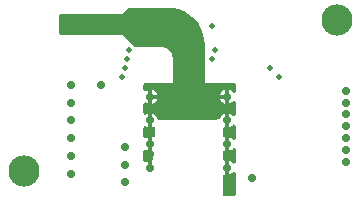
<source format=gbr>
G04 EAGLE Gerber RS-274X export*
G75*
%MOMM*%
%FSLAX34Y34*%
%LPD*%
%INEAGLE Copper Layer 2*%
%IPPOS*%
%AMOC8*
5,1,8,0,0,1.08239X$1,22.5*%
G01*
%ADD10C,0.703200*%
%ADD11C,0.508000*%
%ADD12C,2.640000*%

G36*
X202526Y3306D02*
X202526Y3306D01*
X202552Y3304D01*
X202699Y3326D01*
X202846Y3343D01*
X202871Y3351D01*
X202897Y3355D01*
X203035Y3410D01*
X203174Y3460D01*
X203196Y3474D01*
X203221Y3484D01*
X203342Y3569D01*
X203467Y3649D01*
X203485Y3668D01*
X203507Y3683D01*
X203606Y3793D01*
X203709Y3900D01*
X203723Y3922D01*
X203740Y3942D01*
X203812Y4072D01*
X203888Y4199D01*
X203896Y4224D01*
X203909Y4247D01*
X203949Y4390D01*
X203994Y4531D01*
X203996Y4557D01*
X204004Y4582D01*
X204023Y4826D01*
X204023Y22555D01*
X204012Y22655D01*
X204010Y22755D01*
X203992Y22828D01*
X203983Y22902D01*
X203950Y22996D01*
X203925Y23093D01*
X203891Y23160D01*
X203866Y23230D01*
X203811Y23314D01*
X203765Y23403D01*
X203717Y23460D01*
X203677Y23522D01*
X203605Y23592D01*
X203540Y23669D01*
X203480Y23713D01*
X203426Y23765D01*
X203340Y23816D01*
X203259Y23876D01*
X203191Y23905D01*
X203127Y23943D01*
X203031Y23974D01*
X202939Y24014D01*
X202866Y24027D01*
X202795Y24050D01*
X202695Y24058D01*
X202596Y24076D01*
X202522Y24072D01*
X202448Y24078D01*
X202348Y24063D01*
X202248Y24058D01*
X202177Y24037D01*
X202103Y24026D01*
X202010Y23989D01*
X201913Y23961D01*
X201848Y23925D01*
X201779Y23897D01*
X201697Y23840D01*
X201609Y23791D01*
X201533Y23726D01*
X201493Y23698D01*
X201469Y23672D01*
X201423Y23632D01*
X200586Y22795D01*
X199594Y22133D01*
X198492Y21676D01*
X198248Y21628D01*
X198248Y27500D01*
X198248Y33372D01*
X198492Y33324D01*
X199594Y32867D01*
X200586Y32205D01*
X201423Y31368D01*
X201501Y31305D01*
X201574Y31235D01*
X201638Y31197D01*
X201696Y31151D01*
X201787Y31108D01*
X201873Y31057D01*
X201944Y31034D01*
X202011Y31002D01*
X202109Y30981D01*
X202205Y30950D01*
X202279Y30944D01*
X202352Y30929D01*
X202452Y30930D01*
X202552Y30922D01*
X202626Y30933D01*
X202700Y30935D01*
X202797Y30959D01*
X202897Y30974D01*
X202966Y31002D01*
X203038Y31020D01*
X203128Y31066D01*
X203221Y31103D01*
X203282Y31145D01*
X203348Y31179D01*
X203425Y31244D01*
X203507Y31302D01*
X203557Y31357D01*
X203613Y31405D01*
X203673Y31486D01*
X203740Y31560D01*
X203776Y31626D01*
X203821Y31685D01*
X203860Y31778D01*
X203909Y31866D01*
X203929Y31937D01*
X203959Y32005D01*
X203976Y32104D01*
X204004Y32201D01*
X204012Y32301D01*
X204020Y32348D01*
X204018Y32384D01*
X204023Y32445D01*
X204023Y42555D01*
X204012Y42655D01*
X204010Y42755D01*
X203992Y42828D01*
X203983Y42902D01*
X203950Y42996D01*
X203925Y43093D01*
X203891Y43160D01*
X203866Y43230D01*
X203811Y43314D01*
X203765Y43403D01*
X203717Y43460D01*
X203677Y43522D01*
X203605Y43592D01*
X203540Y43669D01*
X203480Y43713D01*
X203426Y43765D01*
X203340Y43816D01*
X203259Y43876D01*
X203191Y43905D01*
X203127Y43943D01*
X203031Y43974D01*
X202939Y44014D01*
X202866Y44027D01*
X202795Y44050D01*
X202695Y44058D01*
X202596Y44076D01*
X202522Y44072D01*
X202448Y44078D01*
X202348Y44063D01*
X202248Y44058D01*
X202177Y44037D01*
X202103Y44026D01*
X202010Y43989D01*
X201913Y43961D01*
X201848Y43925D01*
X201779Y43897D01*
X201697Y43840D01*
X201609Y43791D01*
X201533Y43726D01*
X201493Y43698D01*
X201469Y43672D01*
X201423Y43632D01*
X200586Y42795D01*
X199594Y42133D01*
X198492Y41676D01*
X198248Y41628D01*
X198248Y47500D01*
X198248Y53372D01*
X198492Y53324D01*
X199594Y52867D01*
X200586Y52205D01*
X201423Y51368D01*
X201501Y51305D01*
X201574Y51235D01*
X201638Y51197D01*
X201696Y51151D01*
X201787Y51108D01*
X201873Y51057D01*
X201944Y51034D01*
X202011Y51002D01*
X202109Y50981D01*
X202205Y50950D01*
X202279Y50944D01*
X202352Y50929D01*
X202452Y50930D01*
X202552Y50922D01*
X202626Y50933D01*
X202700Y50935D01*
X202797Y50959D01*
X202897Y50974D01*
X202966Y51002D01*
X203038Y51020D01*
X203128Y51066D01*
X203221Y51103D01*
X203282Y51145D01*
X203348Y51179D01*
X203425Y51244D01*
X203507Y51302D01*
X203557Y51357D01*
X203613Y51405D01*
X203673Y51486D01*
X203740Y51560D01*
X203776Y51626D01*
X203821Y51685D01*
X203860Y51778D01*
X203909Y51866D01*
X203929Y51937D01*
X203959Y52005D01*
X203976Y52104D01*
X204004Y52201D01*
X204012Y52301D01*
X204020Y52348D01*
X204018Y52384D01*
X204023Y52445D01*
X204023Y62555D01*
X204012Y62655D01*
X204010Y62755D01*
X203992Y62828D01*
X203983Y62902D01*
X203950Y62996D01*
X203925Y63093D01*
X203891Y63160D01*
X203866Y63230D01*
X203811Y63314D01*
X203765Y63403D01*
X203717Y63460D01*
X203677Y63522D01*
X203605Y63592D01*
X203540Y63669D01*
X203480Y63713D01*
X203426Y63765D01*
X203340Y63816D01*
X203259Y63876D01*
X203191Y63905D01*
X203127Y63943D01*
X203031Y63974D01*
X202939Y64014D01*
X202866Y64027D01*
X202795Y64050D01*
X202695Y64058D01*
X202596Y64076D01*
X202522Y64072D01*
X202448Y64078D01*
X202348Y64063D01*
X202248Y64058D01*
X202177Y64037D01*
X202103Y64026D01*
X202010Y63989D01*
X201913Y63961D01*
X201848Y63925D01*
X201779Y63897D01*
X201697Y63840D01*
X201609Y63791D01*
X201533Y63726D01*
X201493Y63698D01*
X201469Y63672D01*
X201423Y63632D01*
X200586Y62795D01*
X199594Y62133D01*
X198492Y61676D01*
X198248Y61628D01*
X198248Y67500D01*
X198248Y73372D01*
X198492Y73324D01*
X199594Y72867D01*
X200586Y72205D01*
X201423Y71368D01*
X201501Y71305D01*
X201574Y71235D01*
X201638Y71197D01*
X201696Y71151D01*
X201787Y71108D01*
X201873Y71057D01*
X201944Y71034D01*
X202011Y71002D01*
X202109Y70981D01*
X202205Y70950D01*
X202279Y70944D01*
X202352Y70929D01*
X202452Y70930D01*
X202552Y70922D01*
X202626Y70933D01*
X202700Y70935D01*
X202797Y70959D01*
X202897Y70974D01*
X202966Y71002D01*
X203038Y71020D01*
X203128Y71066D01*
X203221Y71103D01*
X203282Y71145D01*
X203348Y71179D01*
X203425Y71244D01*
X203507Y71302D01*
X203557Y71357D01*
X203613Y71405D01*
X203673Y71486D01*
X203740Y71560D01*
X203776Y71626D01*
X203821Y71685D01*
X203860Y71778D01*
X203909Y71866D01*
X203929Y71937D01*
X203959Y72005D01*
X203976Y72104D01*
X204004Y72201D01*
X204012Y72301D01*
X204020Y72348D01*
X204018Y72384D01*
X204023Y72445D01*
X204023Y82555D01*
X204022Y82563D01*
X204022Y82564D01*
X204022Y82567D01*
X204012Y82655D01*
X204010Y82755D01*
X203992Y82828D01*
X203983Y82902D01*
X203950Y82996D01*
X203925Y83093D01*
X203891Y83160D01*
X203866Y83230D01*
X203811Y83314D01*
X203765Y83403D01*
X203717Y83460D01*
X203677Y83522D01*
X203605Y83592D01*
X203540Y83669D01*
X203480Y83713D01*
X203426Y83765D01*
X203340Y83816D01*
X203259Y83876D01*
X203191Y83905D01*
X203127Y83943D01*
X203031Y83974D01*
X202939Y84014D01*
X202866Y84027D01*
X202795Y84050D01*
X202695Y84058D01*
X202596Y84076D01*
X202522Y84072D01*
X202448Y84078D01*
X202348Y84063D01*
X202248Y84058D01*
X202177Y84037D01*
X202103Y84026D01*
X202010Y83989D01*
X201913Y83961D01*
X201848Y83925D01*
X201779Y83897D01*
X201697Y83840D01*
X201609Y83791D01*
X201533Y83726D01*
X201493Y83698D01*
X201469Y83672D01*
X201423Y83632D01*
X200586Y82795D01*
X199594Y82133D01*
X198492Y81676D01*
X198248Y81628D01*
X198248Y87500D01*
X198248Y93372D01*
X198492Y93324D01*
X199594Y92867D01*
X200586Y92205D01*
X201423Y91368D01*
X201501Y91305D01*
X201574Y91235D01*
X201638Y91197D01*
X201696Y91151D01*
X201787Y91108D01*
X201873Y91057D01*
X201944Y91034D01*
X202011Y91002D01*
X202109Y90981D01*
X202205Y90950D01*
X202279Y90944D01*
X202352Y90929D01*
X202452Y90930D01*
X202552Y90922D01*
X202626Y90933D01*
X202700Y90935D01*
X202797Y90959D01*
X202897Y90974D01*
X202966Y91002D01*
X203038Y91020D01*
X203128Y91066D01*
X203221Y91103D01*
X203282Y91145D01*
X203348Y91179D01*
X203425Y91244D01*
X203507Y91302D01*
X203557Y91357D01*
X203613Y91405D01*
X203673Y91486D01*
X203740Y91560D01*
X203776Y91626D01*
X203821Y91685D01*
X203860Y91778D01*
X203909Y91866D01*
X203929Y91937D01*
X203959Y92005D01*
X203976Y92104D01*
X204004Y92201D01*
X204012Y92301D01*
X204020Y92348D01*
X204018Y92384D01*
X204023Y92445D01*
X204023Y97500D01*
X204020Y97526D01*
X204022Y97552D01*
X204000Y97699D01*
X203983Y97846D01*
X203975Y97871D01*
X203971Y97897D01*
X203916Y98035D01*
X203866Y98174D01*
X203852Y98196D01*
X203842Y98221D01*
X203757Y98342D01*
X203677Y98467D01*
X203658Y98485D01*
X203643Y98507D01*
X203533Y98606D01*
X203426Y98709D01*
X203404Y98723D01*
X203384Y98740D01*
X203254Y98812D01*
X203127Y98888D01*
X203102Y98896D01*
X203079Y98909D01*
X202936Y98949D01*
X202795Y98994D01*
X202769Y98996D01*
X202744Y99004D01*
X202500Y99023D01*
X177773Y99023D01*
X177773Y132200D01*
X177769Y132239D01*
X177769Y132309D01*
X177474Y136443D01*
X177467Y136480D01*
X177443Y136658D01*
X176562Y140708D01*
X176550Y140743D01*
X176544Y140762D01*
X176540Y140792D01*
X176526Y140827D01*
X176501Y140917D01*
X175052Y144800D01*
X175035Y144833D01*
X174962Y144998D01*
X172975Y148636D01*
X172954Y148666D01*
X172858Y148818D01*
X170374Y152137D01*
X170348Y152164D01*
X170232Y152301D01*
X167301Y155232D01*
X167272Y155255D01*
X167137Y155374D01*
X163818Y157858D01*
X163786Y157877D01*
X163636Y157975D01*
X159998Y159962D01*
X159963Y159976D01*
X159800Y160052D01*
X155917Y161501D01*
X155880Y161509D01*
X155708Y161562D01*
X151658Y162443D01*
X151621Y162446D01*
X151443Y162474D01*
X147309Y162769D01*
X147269Y162768D01*
X147200Y162773D01*
X114300Y162773D01*
X114196Y162761D01*
X114092Y162759D01*
X114024Y162741D01*
X113954Y162733D01*
X113855Y162698D01*
X113754Y162672D01*
X113692Y162640D01*
X113626Y162616D01*
X113538Y162559D01*
X113445Y162511D01*
X113372Y162452D01*
X113333Y162427D01*
X113306Y162399D01*
X113254Y162358D01*
X108345Y157723D01*
X56299Y157723D01*
X56273Y157720D01*
X56247Y157722D01*
X56100Y157700D01*
X55953Y157683D01*
X55928Y157675D01*
X55902Y157671D01*
X55764Y157616D01*
X55625Y157566D01*
X55603Y157552D01*
X55578Y157542D01*
X55457Y157457D01*
X55332Y157377D01*
X55314Y157358D01*
X55292Y157343D01*
X55193Y157233D01*
X55090Y157126D01*
X55076Y157104D01*
X55059Y157084D01*
X54987Y156954D01*
X54911Y156827D01*
X54903Y156802D01*
X54890Y156779D01*
X54850Y156636D01*
X54805Y156495D01*
X54803Y156469D01*
X54795Y156444D01*
X54776Y156200D01*
X54776Y141500D01*
X54779Y141474D01*
X54777Y141448D01*
X54799Y141301D01*
X54816Y141154D01*
X54824Y141129D01*
X54828Y141103D01*
X54883Y140965D01*
X54933Y140826D01*
X54947Y140804D01*
X54957Y140779D01*
X55042Y140658D01*
X55122Y140533D01*
X55141Y140515D01*
X55156Y140493D01*
X55266Y140394D01*
X55373Y140291D01*
X55395Y140277D01*
X55415Y140260D01*
X55545Y140188D01*
X55672Y140112D01*
X55697Y140104D01*
X55720Y140091D01*
X55863Y140051D01*
X56004Y140006D01*
X56030Y140004D01*
X56055Y139996D01*
X56299Y139977D01*
X108306Y139977D01*
X118208Y129788D01*
X118314Y129702D01*
X118416Y129610D01*
X118449Y129592D01*
X118478Y129568D01*
X118601Y129508D01*
X118721Y129441D01*
X118757Y129431D01*
X118790Y129415D01*
X118924Y129384D01*
X119056Y129346D01*
X119102Y129343D01*
X119130Y129336D01*
X119180Y129336D01*
X119300Y129327D01*
X142520Y129327D01*
X144090Y129004D01*
X145600Y128406D01*
X146983Y127554D01*
X148197Y126476D01*
X149206Y125202D01*
X149978Y123773D01*
X150490Y122232D01*
X150727Y120625D01*
X150677Y118868D01*
X150679Y118851D01*
X150677Y118825D01*
X150677Y99023D01*
X127500Y99023D01*
X127474Y99020D01*
X127448Y99022D01*
X127301Y99000D01*
X127154Y98983D01*
X127129Y98975D01*
X127103Y98971D01*
X126965Y98916D01*
X126826Y98866D01*
X126804Y98852D01*
X126779Y98842D01*
X126658Y98757D01*
X126533Y98677D01*
X126515Y98658D01*
X126493Y98643D01*
X126394Y98533D01*
X126291Y98426D01*
X126277Y98404D01*
X126260Y98384D01*
X126188Y98254D01*
X126112Y98127D01*
X126104Y98102D01*
X126091Y98079D01*
X126051Y97936D01*
X126006Y97795D01*
X126004Y97769D01*
X125996Y97744D01*
X125977Y97500D01*
X125977Y93793D01*
X125991Y93669D01*
X125997Y93543D01*
X126011Y93496D01*
X126017Y93447D01*
X126059Y93329D01*
X126094Y93208D01*
X126118Y93165D01*
X126134Y93119D01*
X126202Y93014D01*
X126263Y92904D01*
X126296Y92868D01*
X126323Y92826D01*
X126413Y92739D01*
X126498Y92646D01*
X126538Y92618D01*
X126574Y92584D01*
X126682Y92520D01*
X126785Y92448D01*
X126831Y92430D01*
X126873Y92405D01*
X126992Y92367D01*
X127109Y92321D01*
X127158Y92314D01*
X127205Y92299D01*
X127330Y92289D01*
X127454Y92271D01*
X127503Y92275D01*
X127552Y92271D01*
X127676Y92290D01*
X127801Y92300D01*
X127848Y92315D01*
X127897Y92323D01*
X128014Y92369D01*
X128133Y92408D01*
X128187Y92438D01*
X128221Y92451D01*
X128260Y92479D01*
X128346Y92527D01*
X128856Y92867D01*
X129958Y93324D01*
X130202Y93372D01*
X130202Y87500D01*
X130202Y81628D01*
X129958Y81676D01*
X128856Y82133D01*
X128346Y82473D01*
X128235Y82531D01*
X128127Y82595D01*
X128080Y82610D01*
X128036Y82632D01*
X127914Y82663D01*
X127795Y82701D01*
X127746Y82705D01*
X127698Y82717D01*
X127573Y82719D01*
X127448Y82729D01*
X127399Y82722D01*
X127350Y82723D01*
X127227Y82696D01*
X127103Y82677D01*
X127057Y82659D01*
X127009Y82649D01*
X126896Y82595D01*
X126779Y82549D01*
X126739Y82521D01*
X126694Y82499D01*
X126596Y82421D01*
X126493Y82350D01*
X126460Y82313D01*
X126422Y82282D01*
X126344Y82184D01*
X126260Y82091D01*
X126236Y82048D01*
X126205Y82009D01*
X126152Y81896D01*
X126091Y81786D01*
X126078Y81738D01*
X126057Y81694D01*
X126031Y81571D01*
X125996Y81450D01*
X125991Y81389D01*
X125984Y81353D01*
X125985Y81305D01*
X125977Y81207D01*
X125977Y73793D01*
X125991Y73669D01*
X125997Y73543D01*
X126011Y73496D01*
X126017Y73447D01*
X126059Y73329D01*
X126094Y73208D01*
X126118Y73165D01*
X126134Y73119D01*
X126202Y73014D01*
X126263Y72904D01*
X126296Y72868D01*
X126323Y72826D01*
X126413Y72739D01*
X126498Y72646D01*
X126538Y72618D01*
X126574Y72584D01*
X126682Y72520D01*
X126785Y72448D01*
X126831Y72430D01*
X126873Y72405D01*
X126992Y72367D01*
X127109Y72321D01*
X127158Y72314D01*
X127205Y72299D01*
X127330Y72289D01*
X127454Y72271D01*
X127503Y72275D01*
X127552Y72271D01*
X127676Y72290D01*
X127801Y72300D01*
X127848Y72315D01*
X127897Y72323D01*
X128014Y72369D01*
X128133Y72408D01*
X128187Y72438D01*
X128221Y72451D01*
X128260Y72479D01*
X128346Y72527D01*
X128856Y72867D01*
X129958Y73324D01*
X130202Y73372D01*
X130202Y67500D01*
X130202Y61628D01*
X129958Y61676D01*
X128856Y62133D01*
X128346Y62473D01*
X128235Y62531D01*
X128127Y62595D01*
X128080Y62610D01*
X128036Y62632D01*
X127914Y62663D01*
X127795Y62701D01*
X127746Y62705D01*
X127698Y62717D01*
X127573Y62719D01*
X127448Y62729D01*
X127399Y62722D01*
X127350Y62723D01*
X127227Y62696D01*
X127103Y62677D01*
X127057Y62659D01*
X127009Y62649D01*
X126896Y62595D01*
X126779Y62549D01*
X126739Y62521D01*
X126694Y62499D01*
X126596Y62421D01*
X126493Y62350D01*
X126460Y62313D01*
X126422Y62282D01*
X126344Y62184D01*
X126260Y62091D01*
X126236Y62048D01*
X126205Y62009D01*
X126152Y61896D01*
X126091Y61786D01*
X126078Y61738D01*
X126057Y61694D01*
X126031Y61571D01*
X125996Y61450D01*
X125991Y61389D01*
X125984Y61353D01*
X125985Y61305D01*
X125977Y61207D01*
X125977Y53793D01*
X125991Y53669D01*
X125997Y53543D01*
X126011Y53496D01*
X126017Y53447D01*
X126059Y53329D01*
X126094Y53208D01*
X126118Y53165D01*
X126134Y53119D01*
X126202Y53014D01*
X126263Y52904D01*
X126296Y52868D01*
X126323Y52826D01*
X126413Y52739D01*
X126498Y52646D01*
X126538Y52618D01*
X126574Y52584D01*
X126682Y52520D01*
X126785Y52448D01*
X126831Y52430D01*
X126873Y52405D01*
X126992Y52367D01*
X127109Y52321D01*
X127158Y52314D01*
X127205Y52299D01*
X127330Y52289D01*
X127454Y52271D01*
X127503Y52275D01*
X127552Y52271D01*
X127676Y52290D01*
X127801Y52300D01*
X127848Y52315D01*
X127897Y52323D01*
X128014Y52369D01*
X128133Y52408D01*
X128187Y52438D01*
X128221Y52451D01*
X128260Y52479D01*
X128346Y52527D01*
X128856Y52867D01*
X129958Y53324D01*
X130202Y53372D01*
X130202Y47500D01*
X130202Y41628D01*
X129958Y41676D01*
X128856Y42133D01*
X128346Y42473D01*
X128235Y42531D01*
X128127Y42595D01*
X128080Y42610D01*
X128036Y42632D01*
X127914Y42663D01*
X127795Y42701D01*
X127746Y42705D01*
X127698Y42717D01*
X127573Y42719D01*
X127448Y42729D01*
X127399Y42722D01*
X127350Y42723D01*
X127227Y42696D01*
X127103Y42677D01*
X127057Y42659D01*
X127009Y42649D01*
X126896Y42595D01*
X126779Y42549D01*
X126739Y42521D01*
X126694Y42499D01*
X126596Y42421D01*
X126493Y42350D01*
X126460Y42313D01*
X126422Y42282D01*
X126344Y42184D01*
X126260Y42091D01*
X126236Y42048D01*
X126205Y42009D01*
X126152Y41896D01*
X126091Y41786D01*
X126078Y41738D01*
X126057Y41694D01*
X126031Y41571D01*
X125996Y41450D01*
X125991Y41389D01*
X125984Y41353D01*
X125985Y41305D01*
X125977Y41207D01*
X125977Y33793D01*
X125991Y33669D01*
X125997Y33543D01*
X126011Y33496D01*
X126017Y33447D01*
X126059Y33329D01*
X126094Y33208D01*
X126118Y33165D01*
X126134Y33119D01*
X126202Y33014D01*
X126263Y32904D01*
X126296Y32868D01*
X126323Y32826D01*
X126413Y32739D01*
X126498Y32646D01*
X126538Y32618D01*
X126574Y32584D01*
X126682Y32520D01*
X126785Y32448D01*
X126831Y32430D01*
X126873Y32405D01*
X126992Y32367D01*
X127109Y32321D01*
X127158Y32314D01*
X127205Y32299D01*
X127330Y32289D01*
X127454Y32271D01*
X127503Y32275D01*
X127552Y32271D01*
X127676Y32290D01*
X127801Y32300D01*
X127848Y32315D01*
X127897Y32323D01*
X128014Y32369D01*
X128133Y32408D01*
X128187Y32438D01*
X128221Y32451D01*
X128260Y32479D01*
X128346Y32527D01*
X128856Y32867D01*
X129958Y33324D01*
X130202Y33372D01*
X130202Y29961D01*
X130209Y29895D01*
X130207Y29828D01*
X130229Y29722D01*
X130241Y29615D01*
X130264Y29552D01*
X130277Y29487D01*
X130322Y29389D01*
X130359Y29287D01*
X130395Y29231D01*
X130423Y29170D01*
X130489Y29085D01*
X130548Y28994D01*
X130596Y28948D01*
X130637Y28895D01*
X130721Y28827D01*
X130799Y28752D01*
X130856Y28718D01*
X130908Y28676D01*
X131005Y28629D01*
X131098Y28573D01*
X131161Y28553D01*
X131221Y28524D01*
X131327Y28500D01*
X131430Y28467D01*
X131496Y28462D01*
X131561Y28447D01*
X131669Y28448D01*
X131777Y28439D01*
X131843Y28449D01*
X131910Y28449D01*
X132015Y28475D01*
X132122Y28491D01*
X132184Y28515D01*
X132249Y28531D01*
X132345Y28579D01*
X132446Y28619D01*
X132500Y28657D01*
X132560Y28687D01*
X132643Y28757D01*
X132732Y28818D01*
X132776Y28868D01*
X132828Y28911D01*
X132893Y28997D01*
X132965Y29077D01*
X132997Y29135D01*
X133038Y29189D01*
X133081Y29288D01*
X133134Y29382D01*
X133152Y29446D01*
X133179Y29507D01*
X133218Y29680D01*
X133228Y29718D01*
X133229Y29719D01*
X133229Y29720D01*
X133230Y29733D01*
X133233Y29746D01*
X133233Y29748D01*
X133234Y29786D01*
X133248Y29963D01*
X133248Y33742D01*
X133279Y33763D01*
X133332Y33789D01*
X133422Y33862D01*
X133516Y33927D01*
X133556Y33972D01*
X133603Y34010D01*
X133673Y34101D01*
X133750Y34186D01*
X133779Y34238D01*
X133816Y34285D01*
X133863Y34390D01*
X133919Y34491D01*
X133935Y34548D01*
X133960Y34603D01*
X134007Y34801D01*
X134014Y34826D01*
X134015Y34832D01*
X134017Y34840D01*
X134787Y39850D01*
X134792Y39967D01*
X134805Y40083D01*
X134798Y40140D01*
X134800Y40198D01*
X134778Y40313D01*
X134765Y40429D01*
X134745Y40483D01*
X134734Y40540D01*
X134686Y40647D01*
X134647Y40757D01*
X134615Y40806D01*
X134592Y40858D01*
X134521Y40952D01*
X134457Y41050D01*
X134416Y41090D01*
X134381Y41136D01*
X134291Y41211D01*
X134206Y41292D01*
X134157Y41321D01*
X134113Y41358D01*
X134007Y41410D01*
X133907Y41470D01*
X133852Y41488D01*
X133801Y41513D01*
X133687Y41540D01*
X133575Y41576D01*
X133518Y41580D01*
X133462Y41594D01*
X133344Y41594D01*
X133248Y41602D01*
X133248Y47500D01*
X133248Y53372D01*
X133492Y53324D01*
X133943Y53137D01*
X134088Y53096D01*
X134231Y53050D01*
X134255Y53048D01*
X134278Y53041D01*
X134428Y53034D01*
X134578Y53022D01*
X134602Y53026D01*
X134626Y53024D01*
X134774Y53051D01*
X134923Y53074D01*
X134945Y53083D01*
X134969Y53087D01*
X135107Y53147D01*
X135247Y53202D01*
X135267Y53216D01*
X135289Y53226D01*
X135410Y53316D01*
X135533Y53401D01*
X135549Y53419D01*
X135568Y53434D01*
X135665Y53548D01*
X135766Y53660D01*
X135778Y53681D01*
X135794Y53700D01*
X135862Y53833D01*
X135935Y53965D01*
X135941Y53988D01*
X135952Y54010D01*
X135989Y54156D01*
X136030Y54301D01*
X136032Y54330D01*
X136037Y54348D01*
X136037Y54395D01*
X136049Y54544D01*
X136049Y60456D01*
X136032Y60605D01*
X136020Y60755D01*
X136012Y60778D01*
X136009Y60802D01*
X135959Y60944D01*
X135912Y61087D01*
X135900Y61107D01*
X135892Y61130D01*
X135810Y61256D01*
X135733Y61385D01*
X135716Y61403D01*
X135703Y61423D01*
X135595Y61528D01*
X135490Y61635D01*
X135470Y61648D01*
X135452Y61665D01*
X135323Y61742D01*
X135197Y61823D01*
X135174Y61832D01*
X135153Y61844D01*
X135010Y61890D01*
X134868Y61940D01*
X134844Y61943D01*
X134821Y61950D01*
X134672Y61962D01*
X134522Y61979D01*
X134498Y61976D01*
X134474Y61978D01*
X134325Y61956D01*
X134176Y61938D01*
X134148Y61929D01*
X134129Y61926D01*
X134085Y61909D01*
X133943Y61863D01*
X133492Y61676D01*
X133248Y61628D01*
X133248Y67500D01*
X133248Y73372D01*
X133492Y73324D01*
X134594Y72867D01*
X135586Y72205D01*
X136430Y71361D01*
X137092Y70369D01*
X137606Y69128D01*
X137615Y69113D01*
X137628Y69072D01*
X137655Y69027D01*
X137674Y68978D01*
X137744Y68878D01*
X137766Y68840D01*
X137776Y68823D01*
X137778Y68821D01*
X137807Y68773D01*
X137843Y68735D01*
X137873Y68692D01*
X137964Y68610D01*
X138049Y68522D01*
X138093Y68494D01*
X138132Y68459D01*
X138239Y68400D01*
X138342Y68333D01*
X138391Y68316D01*
X138437Y68290D01*
X138555Y68257D01*
X138670Y68216D01*
X138722Y68210D01*
X138772Y68195D01*
X139015Y68176D01*
X139016Y68176D01*
X187874Y68176D01*
X188000Y68190D01*
X188126Y68197D01*
X188172Y68210D01*
X188220Y68216D01*
X188340Y68258D01*
X188461Y68293D01*
X188478Y68303D01*
X189484Y68303D01*
X189560Y68311D01*
X189636Y68310D01*
X189732Y68331D01*
X189830Y68343D01*
X189902Y68368D01*
X189977Y68385D01*
X190065Y68427D01*
X190158Y68460D01*
X190222Y68502D01*
X190291Y68534D01*
X190368Y68596D01*
X190451Y68649D01*
X190504Y68704D01*
X190564Y68752D01*
X190625Y68829D01*
X190693Y68900D01*
X190732Y68965D01*
X190780Y69025D01*
X190848Y69158D01*
X190872Y69199D01*
X190878Y69217D01*
X190891Y69243D01*
X191358Y70369D01*
X192020Y71361D01*
X192864Y72205D01*
X193856Y72867D01*
X194958Y73324D01*
X195202Y73372D01*
X195202Y67500D01*
X195202Y61628D01*
X195123Y61643D01*
X195122Y61643D01*
X195121Y61644D01*
X194955Y61657D01*
X194776Y61672D01*
X194775Y61672D01*
X194774Y61672D01*
X194611Y61647D01*
X194431Y61620D01*
X194430Y61620D01*
X194429Y61620D01*
X194268Y61556D01*
X194107Y61492D01*
X194106Y61492D01*
X194105Y61491D01*
X193968Y61396D01*
X193821Y61294D01*
X193820Y61293D01*
X193819Y61292D01*
X193706Y61167D01*
X193587Y61035D01*
X193586Y61034D01*
X193586Y61033D01*
X193501Y60881D01*
X193418Y60730D01*
X193418Y60729D01*
X193417Y60728D01*
X193366Y60547D01*
X193323Y60395D01*
X193323Y60394D01*
X193322Y60393D01*
X193303Y60149D01*
X193303Y54851D01*
X193303Y54850D01*
X193303Y54849D01*
X193323Y54676D01*
X193343Y54505D01*
X193343Y54504D01*
X193343Y54503D01*
X193402Y54338D01*
X193460Y54176D01*
X193461Y54176D01*
X193461Y54175D01*
X193560Y54021D01*
X193649Y53884D01*
X193650Y53883D01*
X193650Y53882D01*
X193771Y53766D01*
X193900Y53641D01*
X193901Y53641D01*
X193901Y53640D01*
X194042Y53556D01*
X194199Y53463D01*
X194200Y53462D01*
X194201Y53462D01*
X194367Y53409D01*
X194531Y53356D01*
X194532Y53356D01*
X194533Y53356D01*
X194713Y53342D01*
X194878Y53328D01*
X194879Y53329D01*
X194880Y53328D01*
X195123Y53357D01*
X195202Y53372D01*
X195202Y47500D01*
X195202Y41628D01*
X195123Y41643D01*
X195122Y41643D01*
X195121Y41644D01*
X194955Y41657D01*
X194776Y41672D01*
X194775Y41672D01*
X194774Y41672D01*
X194611Y41647D01*
X194431Y41620D01*
X194430Y41620D01*
X194429Y41620D01*
X194268Y41556D01*
X194107Y41492D01*
X194106Y41492D01*
X194105Y41491D01*
X193968Y41396D01*
X193821Y41294D01*
X193820Y41293D01*
X193819Y41292D01*
X193710Y41171D01*
X193587Y41035D01*
X193586Y41034D01*
X193586Y41033D01*
X193501Y40881D01*
X193418Y40730D01*
X193418Y40729D01*
X193417Y40728D01*
X193366Y40547D01*
X193323Y40395D01*
X193323Y40394D01*
X193322Y40393D01*
X193303Y40149D01*
X193303Y34851D01*
X193303Y34850D01*
X193303Y34849D01*
X193324Y34664D01*
X193343Y34505D01*
X193343Y34504D01*
X193343Y34503D01*
X193403Y34335D01*
X193460Y34176D01*
X193461Y34176D01*
X193461Y34175D01*
X193554Y34031D01*
X193649Y33884D01*
X193650Y33883D01*
X193650Y33882D01*
X193776Y33761D01*
X193900Y33641D01*
X193901Y33641D01*
X193901Y33640D01*
X194054Y33550D01*
X194199Y33463D01*
X194200Y33462D01*
X194201Y33462D01*
X194366Y33409D01*
X194531Y33356D01*
X194532Y33356D01*
X194533Y33356D01*
X194704Y33342D01*
X194878Y33328D01*
X194879Y33329D01*
X194880Y33328D01*
X195123Y33357D01*
X195202Y33372D01*
X195202Y27500D01*
X195202Y21628D01*
X195123Y21643D01*
X195122Y21643D01*
X195121Y21644D01*
X194955Y21657D01*
X194776Y21672D01*
X194775Y21672D01*
X194774Y21672D01*
X194611Y21647D01*
X194431Y21620D01*
X194430Y21620D01*
X194429Y21620D01*
X194268Y21556D01*
X194107Y21492D01*
X194106Y21492D01*
X194105Y21491D01*
X193968Y21396D01*
X193821Y21294D01*
X193820Y21293D01*
X193819Y21292D01*
X193710Y21171D01*
X193587Y21035D01*
X193586Y21034D01*
X193586Y21033D01*
X193501Y20881D01*
X193418Y20730D01*
X193418Y20729D01*
X193417Y20728D01*
X193366Y20547D01*
X193323Y20395D01*
X193323Y20394D01*
X193322Y20393D01*
X193303Y20149D01*
X193303Y4826D01*
X193306Y4800D01*
X193304Y4774D01*
X193326Y4627D01*
X193343Y4480D01*
X193351Y4455D01*
X193355Y4429D01*
X193410Y4291D01*
X193460Y4152D01*
X193474Y4130D01*
X193484Y4105D01*
X193569Y3984D01*
X193649Y3859D01*
X193668Y3841D01*
X193683Y3819D01*
X193793Y3720D01*
X193900Y3617D01*
X193922Y3603D01*
X193942Y3586D01*
X194072Y3514D01*
X194199Y3438D01*
X194224Y3430D01*
X194247Y3417D01*
X194390Y3377D01*
X194531Y3332D01*
X194557Y3330D01*
X194582Y3322D01*
X194826Y3303D01*
X202500Y3303D01*
X202526Y3306D01*
G37*
%LPC*%
G36*
X133248Y89023D02*
X133248Y89023D01*
X133248Y93372D01*
X133492Y93324D01*
X134594Y92867D01*
X135586Y92205D01*
X136430Y91361D01*
X137092Y90369D01*
X137549Y89267D01*
X137597Y89023D01*
X133248Y89023D01*
G37*
%LPD*%
%LPC*%
G36*
X190853Y89023D02*
X190853Y89023D01*
X190901Y89267D01*
X191358Y90369D01*
X192020Y91361D01*
X192864Y92205D01*
X193856Y92867D01*
X194958Y93324D01*
X195202Y93372D01*
X195202Y89023D01*
X190853Y89023D01*
G37*
%LPD*%
%LPC*%
G36*
X133248Y85977D02*
X133248Y85977D01*
X137597Y85977D01*
X137573Y85854D01*
X137573Y85853D01*
X137549Y85733D01*
X137092Y84631D01*
X136430Y83639D01*
X135586Y82795D01*
X134594Y82133D01*
X133492Y81676D01*
X133248Y81628D01*
X133248Y85977D01*
G37*
%LPD*%
%LPC*%
G36*
X194958Y81676D02*
X194958Y81676D01*
X193856Y82133D01*
X192864Y82795D01*
X192020Y83639D01*
X191358Y84631D01*
X190901Y85733D01*
X190853Y85977D01*
X195202Y85977D01*
X195202Y81628D01*
X194958Y81676D01*
G37*
%LPD*%
D10*
X131725Y27500D03*
X131725Y47500D03*
X131725Y67500D03*
X131725Y87500D03*
X196725Y27500D03*
X196725Y47500D03*
X196725Y67500D03*
X196725Y87500D03*
D11*
X104775Y155200D03*
X104775Y142500D03*
X183950Y147625D03*
D10*
X217500Y18400D03*
X297500Y92500D03*
X297500Y82500D03*
X297500Y72500D03*
X297500Y62500D03*
X297500Y52500D03*
X297500Y42500D03*
X297500Y32500D03*
X90000Y97500D03*
X110000Y45000D03*
X110000Y30000D03*
X110000Y15000D03*
X65000Y67500D03*
X65000Y82500D03*
X65000Y97500D03*
X65000Y52500D03*
X65000Y37500D03*
X65000Y22500D03*
D11*
X107475Y104575D03*
X240350Y104575D03*
X109975Y111600D03*
X233125Y111600D03*
D12*
X25000Y25000D03*
X290000Y152500D03*
D11*
X113625Y127000D03*
X186450Y127000D03*
X111800Y119300D03*
X183950Y119300D03*
M02*

</source>
